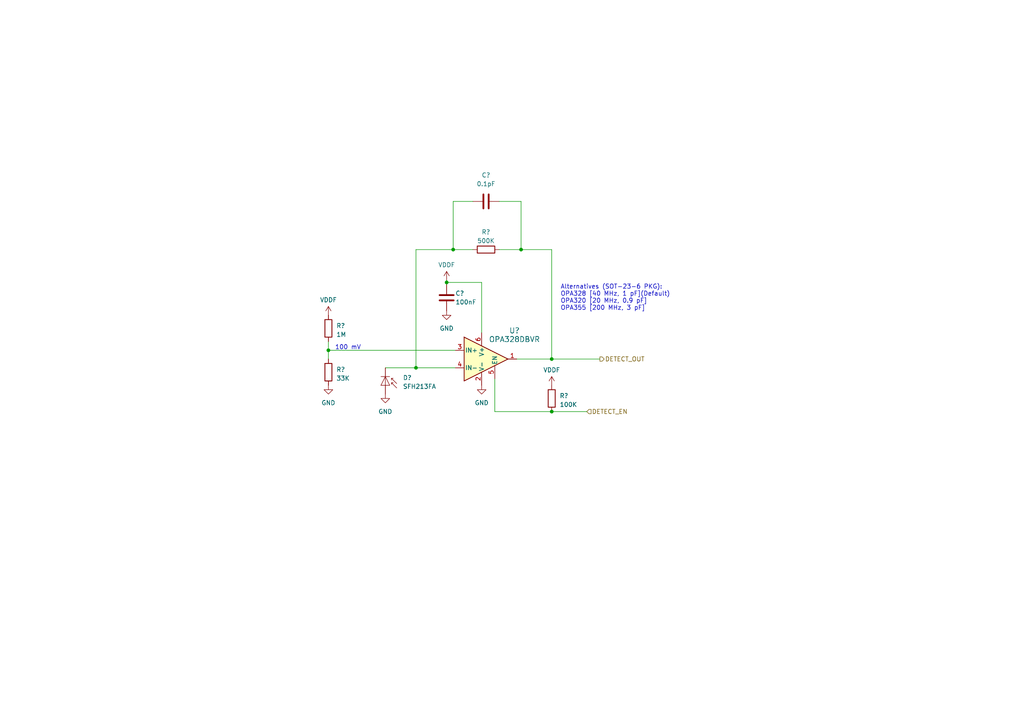
<source format=kicad_sch>
(kicad_sch (version 20230121) (generator eeschema)
  (paper "A4")
  (lib_symbols
    (symbol "Device:C" (pin_numbers hide) (pin_names (offset 0.254))
      (property "Reference" "C" (at 0.635 2.54 0))
      (property "Value" "C" (at 0.635 -2.54 0))
      (symbol "C_0_1"
        (polyline (pts (xy -2.032 -0.762) (xy 2.032 -0.762)) (stroke (width 0.508)))
        (polyline (pts (xy -2.032 0.762) (xy 2.032 0.762)) (stroke (width 0.508)))
      )
      (symbol "C_1_1"
        (pin passive line (at 0 3.81 270) (length 2.794) (name "~") (number "1"))
        (pin passive line (at 0 -3.81 90) (length 2.794) (name "~") (number "2"))
      )
    )
    (symbol "Device:R" (pin_numbers hide) (pin_names (offset 0))
      (property "Reference" "R" (at 2.032 0 90))
      (property "Value" "R" (at 0 0 90))
      (symbol "R_0_1"
        (rectangle (start -1.016 -2.54) (end 1.016 2.54) (stroke (width 0.254)))
      )
      (symbol "R_1_1"
        (pin passive line (at 0 3.81 270) (length 1.27) (name "~") (number "1"))
        (pin passive line (at 0 -3.81 90) (length 1.27) (name "~") (number "2"))
      )
    )
    (symbol "Sensor_Optical:SFH203" (pin_numbers hide) (pin_names hide)
      (property "Reference" "D" (at 0.508 1.778 0))
      (property "Value" "SFH203" (at -1.016 -2.794 0))
      (symbol "SFH203_0_1"
        (polyline (pts (xy -2.54 0) (xy 0 0)))
        (polyline (pts (xy -2.54 1.27) (xy -2.54 -1.27)) (stroke (width 0.1524)))
        (polyline (pts (xy -2.032 1.778) (xy -1.524 1.778)))
        (polyline (pts (xy 0 -1.27) (xy 0 1.27)))
        (polyline (pts (xy -0.508 3.302) (xy -2.032 1.778) (xy -2.032 2.286)))
        (polyline (pts (xy 0 1.27) (xy -2.54 0) (xy 0 -1.27)))
        (polyline (pts (xy 0.762 3.302) (xy -0.762 1.778) (xy -0.762 2.286) (xy -0.762 1.778) (xy -0.254 1.778)))
      )
      (symbol "SFH203_1_1"
        (pin passive line (at -5.08 0 0) (length 2.54) (name "K") (number "1"))
        (pin passive line (at 2.54 0 180) (length 2.54) (name "A") (number "2"))
      )
    )
    (symbol "op_amps:OPA328DBVR" (pin_names (offset 0.254))
      (property "Reference" "U" (at 20.32 10.16 0))
      (property "Value" "OPA328DBVR" (at 20.32 7.62 0))
      (symbol "OPA328DBVR_0_1"
        (polyline (pts (xy 0 6.35) (xy 12.7 0) (xy 0 -6.35) (xy 0 6.35)) (stroke (width 0.254)) (fill (type background)))
        (pin power_in line (at 5.08 -7.62 90) (length 3.81) (name "V-") (number "2"))
      )
      (symbol "OPA328DBVR_1_1"
        (pin output line (at 15.24 0 180) (length 2.54) (name "~") (number "1"))
        (pin input line (at -2.54 2.54 0) (length 2.54) (name "IN+") (number "3"))
        (pin input line (at -2.54 -2.54 0) (length 2.54) (name "IN-") (number "4"))
        (pin input line (at 8.89 -5.715 90) (length 3.82) (name "EN") (number "5"))
        (pin power_in line (at 5.08 7.62 270) (length 3.81) (name "V+") (number "6"))
      )
    )
    (symbol "power:GND" (power) (pin_names (offset 0))
      (property "Value" "GND" (at 0 -3.81 0))
      (symbol "GND_0_1"
        (polyline (pts (xy 0 0) (xy 0 -1.27) (xy 1.27 -1.27) (xy 0 -2.54) (xy -1.27 -1.27) (xy 0 -1.27)))
      )
      (symbol "GND_1_1"
        (pin power_in line (at 0 0 270) (length 0) hide (name "GND") (number "1"))
      )
    )
    (symbol "power:VDDF" (power) (pin_names (offset 0))
      (property "Value" "VDDF" (at 0 3.81 0))
      (symbol "VDDF_0_1"
        (polyline (pts (xy -0.762 1.27) (xy 0 2.54)))
        (polyline (pts (xy 0 0) (xy 0 2.54)))
        (polyline (pts (xy 0 2.54) (xy 0.762 1.27)))
      )
      (symbol "VDDF_1_1"
        (pin power_in line (at 0 0 90) (length 0) hide (name "VDDF") (number "1"))
      )
    )
  )
  (junction (at 160.02 104.14))
  (junction (at 160.02 119.38))
  (junction (at 131.445 72.39))
  (junction (at 129.54 81.915))
  (junction (at 95.25 101.6))
  (junction (at 151.13 72.39))
  (junction (at 120.65 106.68))
  (wire (pts (xy 129.54 81.28) (xy 129.54 81.915)))
  (wire (pts (xy 160.02 104.14) (xy 173.99 104.14)))
  (wire (pts (xy 160.02 119.38) (xy 170.18 119.38)))
  (wire (pts (xy 139.7 81.915) (xy 139.7 96.52)))
  (wire (pts (xy 95.25 99.06) (xy 95.25 101.6)))
  (wire (pts (xy 143.51 119.38) (xy 160.02 119.38)))
  (wire (pts (xy 144.78 58.42) (xy 151.13 58.42)))
  (wire (pts (xy 120.65 72.39) (xy 131.445 72.39)))
  (wire (pts (xy 151.13 72.39) (xy 160.02 72.39)))
  (wire (pts (xy 131.445 72.39) (xy 131.445 58.42)))
  (wire (pts (xy 144.78 72.39) (xy 151.13 72.39)))
  (wire (pts (xy 143.51 109.855) (xy 143.51 119.38)))
  (wire (pts (xy 151.13 58.42) (xy 151.13 72.39)))
  (wire (pts (xy 120.65 106.68) (xy 132.08 106.68)))
  (wire (pts (xy 131.445 72.39) (xy 137.16 72.39)))
  (wire (pts (xy 111.76 106.68) (xy 120.65 106.68)))
  (wire (pts (xy 95.25 101.6) (xy 132.08 101.6)))
  (wire (pts (xy 129.54 81.915) (xy 129.54 82.55)))
  (wire (pts (xy 160.02 72.39) (xy 160.02 104.14)))
  (wire (pts (xy 149.86 104.14) (xy 160.02 104.14)))
  (wire (pts (xy 95.25 101.6) (xy 95.25 104.14)))
  (wire (pts (xy 131.445 58.42) (xy 137.16 58.42)))
  (wire (pts (xy 129.54 81.915) (xy 139.7 81.915)))
  (wire (pts (xy 120.65 72.39) (xy 120.65 106.68)))
  (text "Alternatives (SOT-23-6 PKG):\nOPA328 [40 MHz, 1 pF](Default)\nOPA320 [20 MHz, 0.9 pF]\nOPA355 [200 MHz, 3 pF]\n" (at 162.56 90.17 0) (effects (font (size 1.27 1.27)) (justify left bottom)))
  (text "100 mV" (at 97.155 101.6 0) (effects (font (size 1.27 1.27)) (justify left bottom)))
  (hierarchical_label "DETECT_OUT" (shape output) (at 173.99 104.14 0))
  (hierarchical_label "DETECT_EN" (shape input) (at 170.18 119.38 0))
  (symbol (lib_id "power:VDDF") (at 160.02 111.76 0) (unit 1)
    (property "Reference" "#PWR027" (effects hide))
    (property "Value" "VDDF" (at 160.02 107.315 0))
    (instances (project "detect" (path "" (reference "#PWR027") (unit 1)) (path "" (reference "#PWR033") (unit 1))))
  )
  (symbol (lib_id "Device:R") (at 140.97 72.39 90) (unit 1)
    (property "Reference" "R?" (at 142.24 67.31 90) (effects (justify left)))
    (property "Value" "500K" (at 143.51 69.85 90) (effects (justify left)))
    (property "Footprint" "Resistor_SMD:R_0805_2012Metric" (effects hide))
    (instances (project "phenobottle" (path "" (reference "R?") (unit 1)) (path "" (reference "R?") (unit 1)) (path "" (reference "R?") (unit 1))) (project "detect" (path "" (reference "R4") (unit 1))) (project "u-nit" (path "" (reference "R4") (unit 1))) (project "blackbox" (path "" (reference "R1") (unit 1))))
  )
  (symbol (lib_id "Device:R") (at 160.02 115.57 0) (unit 1)
    (property "Reference" "R?" (at 162.306 114.808 0) (effects (justify left)))
    (property "Value" "100K" (at 162.306 117.348 0) (effects (justify left)))
    (property "Footprint" "Resistor_SMD:R_0805_2012Metric" (effects hide))
    (instances (project "phenobottle" (path "" (reference "R?") (unit 1)) (path "" (reference "R?") (unit 1)) (path "" (reference "R?") (unit 1))) (project "detect" (path "" (reference "R5") (unit 1))) (project "u-nit" (path "" (reference "R4") (unit 1))) (project "blackbox" (path "" (reference "R1") (unit 1))))
  )
  (symbol (lib_id "Sensor_Optical:SFH203") (at 111.76 111.76 270) (unit 1)
    (property "Reference" "D?" (at 116.84 109.5629 90) (effects (justify left)))
    (property "Value" "SFH213FA" (at 116.84 112.1029 90) (effects (justify left)))
    (property "Footprint" "LED_THT:LED_D5.0mm_IRGrey" (effects hide))
    (property "Datasheet" "http://www.osram-os.com/Graphics/XPic9/00101656_0.pdf/SFH%20203,%20SFH%20203%20FA,%20Lead%20(Pb)%20Free%20Product%20-%20RoHS%20Compliant.pdf" (effects hide))
    (instances (project "phenobottle" (path "" (reference "D?") (unit 1))) (project "detect" (path "" (reference "D1") (unit 1))))
  )
  (symbol (lib_id "power:GND") (at 129.54 90.17 0) (unit 1)
    (property "Reference" "#PWR078" (effects hide))
    (property "Value" "GND" (at 129.54 95.25 0))
    (instances (project "phenobottle" (path "" (reference "#PWR078") (unit 1))) (project "detect" (path "" (reference "#PWR034") (unit 1))))
  )
  (symbol (lib_id "Device:R") (at 95.25 107.95 0) (unit 1)
    (property "Reference" "R?" (at 97.536 107.188 0) (effects (justify left)))
    (property "Value" "33K" (at 97.536 109.728 0) (effects (justify left)))
    (property "Footprint" "Resistor_SMD:R_0805_2012Metric" (effects hide))
    (instances (project "phenobottle" (path "" (reference "R?") (unit 1)) (path "" (reference "R?") (unit 1)) (path "" (reference "R?") (unit 1))) (project "detect" (path "" (reference "R3") (unit 1))) (project "u-nit" (path "" (reference "R4") (unit 1))) (project "blackbox" (path "" (reference "R1") (unit 1))))
  )
  (symbol (lib_id "op_amps:OPA328DBVR") (at 134.62 104.14 0) (unit 1)
    (property "Reference" "U?" (at 149.225 95.885 0) (effects (font (size 1.524 1.524))))
    (property "Value" "OPA328DBVR" (at 149.225 98.425 0) (effects (font (size 1.524 1.524))))
    (property "Footprint" "Package_TO_SOT_SMD:SOT-23-6" (effects hide))
    (property "Datasheet" "OPA328DBVR" (effects hide))
    (instances (project "phenobottle" (path "" (reference "U?") (unit 1))) (project "detect" (path "" (reference "U2") (unit 1))))
  )
  (symbol (lib_id "Device:C") (at 129.54 86.36 0) (unit 1)
    (property "Reference" "C?" (at 132.08 85.09 0) (effects (justify left)))
    (property "Value" "100nF" (at 132.08 87.63 0) (effects (justify left)))
    (property "Footprint" "Capacitor_SMD:C_0805_2012Metric" (effects hide))
    (instances (project "phenobottle" (path "" (reference "C?") (unit 1)) (path "" (reference "C?") (unit 1)) (path "" (reference "C?") (unit 1))) (project "detect" (path "" (reference "C9") (unit 1))) (project "u-nit" (path "" (reference "C15") (unit 1))) (project "blackbox" (path "" (reference "C5") (unit 1))))
  )
  (symbol (lib_id "power:VDDF") (at 129.54 81.28 0) (unit 1)
    (property "Reference" "#PWR027" (effects hide))
    (property "Value" "VDDF" (at 129.54 76.835 0))
    (instances (project "detect" (path "" (reference "#PWR027") (unit 1)) (path "" (reference "#PWR039") (unit 1))))
  )
  (symbol (lib_id "power:GND") (at 139.7 111.76 0) (unit 1)
    (property "Reference" "#PWR067" (effects hide))
    (property "Value" "GND" (at 139.7 116.84 0))
    (instances (project "phenobottle" (path "" (reference "#PWR067") (unit 1))) (project "detect" (path "" (reference "#PWR035") (unit 1))))
  )
  (symbol (lib_id "Device:C") (at 140.97 58.42 90) (unit 1)
    (property "Reference" "C?" (at 140.97 50.8 90))
    (property "Value" "0.1pF" (at 140.97 53.34 90))
    (property "Footprint" "Capacitor_SMD:C_0805_2012Metric" (effects hide))
    (instances (project "phenobottle" (path "" (reference "C?") (unit 1)) (path "" (reference "C?") (unit 1)) (path "" (reference "C?") (unit 1))) (project "detect" (path "" (reference "C10") (unit 1))) (project "u-nit" (path "" (reference "C15") (unit 1))) (project "blackbox" (path "" (reference "C5") (unit 1))))
  )
  (symbol (lib_id "power:VDDF") (at 95.25 91.44 0) (unit 1)
    (property "Reference" "#PWR027" (effects hide))
    (property "Value" "VDDF" (at 95.25 86.995 0))
    (instances (project "detect" (path "" (reference "#PWR027") (unit 1)) (path "" (reference "#PWR030") (unit 1))))
  )
  (symbol (lib_id "Device:R") (at 95.25 95.25 0) (unit 1)
    (property "Reference" "R?" (at 97.536 94.488 0) (effects (justify left)))
    (property "Value" "1M" (at 97.536 97.028 0) (effects (justify left)))
    (property "Footprint" "Resistor_SMD:R_0805_2012Metric" (effects hide))
    (instances (project "phenobottle" (path "" (reference "R?") (unit 1)) (path "" (reference "R?") (unit 1)) (path "" (reference "R?") (unit 1))) (project "detect" (path "" (reference "R2") (unit 1))) (project "u-nit" (path "" (reference "R4") (unit 1))) (project "blackbox" (path "" (reference "R1") (unit 1))))
  )
  (symbol (lib_id "power:GND") (at 95.25 111.76 0) (unit 1)
    (property "Reference" "#PWR073" (effects hide))
    (property "Value" "GND" (at 95.25 116.84 0))
    (instances (project "phenobottle" (path "" (reference "#PWR073") (unit 1))) (project "detect" (path "" (reference "#PWR031") (unit 1))))
  )
  (symbol (lib_id "power:GND") (at 111.76 114.3 0) (unit 1)
    (property "Reference" "#PWR068" (effects hide))
    (property "Value" "GND" (at 111.76 119.38 0))
    (instances (project "phenobottle" (path "" (reference "#PWR068") (unit 1))) (project "detect" (path "" (reference "#PWR032") (unit 1))))
  )
)
</source>
